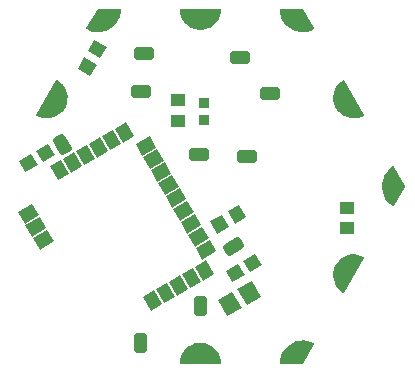
<source format=gbr>
G04 EAGLE Gerber RS-274X export*
G75*
%MOMM*%
%FSLAX34Y34*%
%LPD*%
%INSoldermask Top*%
%IPPOS*%
%AMOC8*
5,1,8,0,0,1.08239X$1,22.5*%
G01*
%ADD10R,0.901600X0.901600*%
%ADD11R,1.201600X1.101600*%
%ADD12C,0.605878*%
%ADD13C,1.101600*%
%ADD14R,1.371600X1.101600*%
%ADD15R,1.401600X1.601600*%
%ADD16R,1.101600X1.201600*%

G36*
X363231Y195709D02*
X363231Y195709D01*
X363260Y195706D01*
X363327Y195728D01*
X363397Y195742D01*
X363421Y195759D01*
X363449Y195768D01*
X363502Y195815D01*
X363561Y195855D01*
X363577Y195879D01*
X363599Y195899D01*
X363630Y195963D01*
X363668Y196022D01*
X363673Y196051D01*
X363685Y196077D01*
X363694Y196177D01*
X363701Y196219D01*
X363698Y196229D01*
X363700Y196243D01*
X363468Y199041D01*
X363458Y199075D01*
X363454Y199123D01*
X362765Y201844D01*
X362750Y201876D01*
X362738Y201922D01*
X361610Y204494D01*
X361590Y204522D01*
X361571Y204566D01*
X360035Y206917D01*
X360011Y206941D01*
X359985Y206982D01*
X358083Y209047D01*
X358055Y209068D01*
X358022Y209103D01*
X355807Y210828D01*
X355776Y210843D01*
X355738Y210873D01*
X353268Y212209D01*
X353235Y212219D01*
X353193Y212242D01*
X352007Y212650D01*
X350553Y213149D01*
X350537Y213154D01*
X350503Y213159D01*
X350457Y213174D01*
X347688Y213636D01*
X347653Y213635D01*
X347606Y213643D01*
X344798Y213643D01*
X344764Y213636D01*
X344716Y213636D01*
X341947Y213174D01*
X341914Y213162D01*
X341867Y213154D01*
X339211Y212242D01*
X339181Y212225D01*
X339136Y212209D01*
X336666Y210873D01*
X336640Y210851D01*
X336597Y210828D01*
X334382Y209103D01*
X334359Y209077D01*
X334321Y209047D01*
X332419Y206982D01*
X332401Y206952D01*
X332369Y206917D01*
X330833Y204566D01*
X330820Y204534D01*
X330794Y204494D01*
X329666Y201922D01*
X329659Y201889D01*
X329656Y201882D01*
X329650Y201873D01*
X329649Y201867D01*
X329639Y201844D01*
X328950Y199123D01*
X328948Y199088D01*
X328936Y199041D01*
X328704Y196243D01*
X328708Y196214D01*
X328703Y196185D01*
X328720Y196116D01*
X328728Y196046D01*
X328742Y196020D01*
X328749Y195992D01*
X328791Y195935D01*
X328826Y195873D01*
X328850Y195855D01*
X328867Y195832D01*
X328928Y195796D01*
X328985Y195753D01*
X329013Y195745D01*
X329038Y195730D01*
X329136Y195714D01*
X329177Y195703D01*
X329188Y195705D01*
X329202Y195703D01*
X363202Y195703D01*
X363231Y195709D01*
G37*
G36*
X347640Y478768D02*
X347640Y478768D01*
X347688Y478768D01*
X350457Y479230D01*
X350490Y479242D01*
X350537Y479250D01*
X353193Y480162D01*
X353223Y480179D01*
X353268Y480195D01*
X355738Y481531D01*
X355764Y481553D01*
X355807Y481576D01*
X358022Y483301D01*
X358045Y483327D01*
X358083Y483357D01*
X359985Y485422D01*
X360003Y485452D01*
X360035Y485487D01*
X361571Y487838D01*
X361584Y487870D01*
X361610Y487910D01*
X362738Y490482D01*
X362745Y490515D01*
X362765Y490560D01*
X363454Y493281D01*
X363456Y493316D01*
X363468Y493363D01*
X363700Y496161D01*
X363696Y496190D01*
X363701Y496219D01*
X363685Y496288D01*
X363676Y496358D01*
X363662Y496384D01*
X363655Y496412D01*
X363613Y496469D01*
X363578Y496531D01*
X363554Y496549D01*
X363537Y496572D01*
X363476Y496608D01*
X363419Y496651D01*
X363391Y496659D01*
X363366Y496674D01*
X363268Y496690D01*
X363227Y496701D01*
X363216Y496699D01*
X363202Y496701D01*
X329202Y496701D01*
X329173Y496695D01*
X329144Y496698D01*
X329077Y496676D01*
X329007Y496662D01*
X328983Y496645D01*
X328955Y496636D01*
X328902Y496589D01*
X328843Y496549D01*
X328828Y496525D01*
X328806Y496505D01*
X328774Y496441D01*
X328736Y496382D01*
X328731Y496353D01*
X328719Y496327D01*
X328710Y496227D01*
X328703Y496185D01*
X328706Y496175D01*
X328704Y496161D01*
X328936Y493363D01*
X328946Y493329D01*
X328950Y493281D01*
X329639Y490560D01*
X329654Y490528D01*
X329666Y490482D01*
X330794Y487910D01*
X330814Y487882D01*
X330833Y487838D01*
X332369Y485487D01*
X332393Y485463D01*
X332419Y485422D01*
X334321Y483357D01*
X334349Y483336D01*
X334382Y483301D01*
X336597Y481576D01*
X336628Y481561D01*
X336666Y481531D01*
X339136Y480195D01*
X339169Y480185D01*
X339211Y480162D01*
X341867Y479250D01*
X341901Y479246D01*
X341947Y479230D01*
X344716Y478768D01*
X344751Y478769D01*
X344798Y478761D01*
X347606Y478761D01*
X347640Y478768D01*
G37*
G36*
X476588Y403735D02*
X476588Y403735D01*
X476636Y403732D01*
X479424Y404042D01*
X479457Y404053D01*
X479505Y404058D01*
X482203Y404823D01*
X482233Y404839D01*
X482280Y404852D01*
X484815Y406051D01*
X484839Y406068D01*
X484866Y406078D01*
X484918Y406127D01*
X484975Y406170D01*
X484989Y406195D01*
X485011Y406215D01*
X485039Y406280D01*
X485075Y406342D01*
X485078Y406370D01*
X485090Y406397D01*
X485091Y406468D01*
X485100Y406539D01*
X485092Y406567D01*
X485092Y406596D01*
X485058Y406689D01*
X485046Y406730D01*
X485039Y406739D01*
X485034Y406752D01*
X468034Y436152D01*
X468015Y436174D01*
X468002Y436200D01*
X467949Y436248D01*
X467902Y436301D01*
X467876Y436313D01*
X467854Y436333D01*
X467787Y436356D01*
X467723Y436386D01*
X467694Y436388D01*
X467666Y436397D01*
X467595Y436392D01*
X467524Y436395D01*
X467497Y436385D01*
X467468Y436383D01*
X467378Y436341D01*
X467338Y436326D01*
X467330Y436318D01*
X467317Y436312D01*
X465014Y434713D01*
X464990Y434688D01*
X464950Y434660D01*
X462941Y432703D01*
X462922Y432674D01*
X462887Y432641D01*
X461228Y430380D01*
X461213Y430349D01*
X461184Y430310D01*
X459920Y427807D01*
X459911Y427773D01*
X459889Y427730D01*
X459053Y425053D01*
X459050Y425019D01*
X459035Y424973D01*
X458652Y422194D01*
X458654Y422160D01*
X458648Y422112D01*
X458727Y419309D01*
X458735Y419275D01*
X458736Y419227D01*
X459275Y416475D01*
X459289Y416443D01*
X459298Y416395D01*
X460283Y413770D01*
X460301Y413740D01*
X460318Y413695D01*
X461722Y411267D01*
X461745Y411241D01*
X461769Y411200D01*
X463553Y409036D01*
X463580Y409014D01*
X463611Y408977D01*
X465727Y407136D01*
X465757Y407119D01*
X465793Y407088D01*
X468184Y405620D01*
X468216Y405609D01*
X468257Y405583D01*
X470856Y404530D01*
X470890Y404523D01*
X470935Y404505D01*
X473672Y403894D01*
X473707Y403893D01*
X473754Y403882D01*
X476554Y403730D01*
X476588Y403735D01*
G37*
G36*
X467628Y256013D02*
X467628Y256013D01*
X467699Y256012D01*
X467726Y256023D01*
X467755Y256027D01*
X467817Y256061D01*
X467882Y256089D01*
X467903Y256110D01*
X467928Y256124D01*
X467991Y256200D01*
X468021Y256231D01*
X468025Y256241D01*
X468034Y256252D01*
X485034Y285652D01*
X485043Y285680D01*
X485060Y285704D01*
X485075Y285773D01*
X485097Y285841D01*
X485095Y285870D01*
X485101Y285898D01*
X485088Y285968D01*
X485082Y286039D01*
X485069Y286065D01*
X485063Y286093D01*
X485023Y286152D01*
X484991Y286215D01*
X484968Y286234D01*
X484952Y286258D01*
X484870Y286315D01*
X484837Y286342D01*
X484827Y286345D01*
X484815Y286353D01*
X482280Y287552D01*
X482246Y287560D01*
X482203Y287581D01*
X479505Y288346D01*
X479470Y288348D01*
X479424Y288362D01*
X476636Y288672D01*
X476602Y288669D01*
X476554Y288674D01*
X473754Y288522D01*
X473720Y288513D01*
X473672Y288510D01*
X470935Y287899D01*
X470903Y287885D01*
X470856Y287874D01*
X468257Y286821D01*
X468228Y286802D01*
X468184Y286784D01*
X465793Y285317D01*
X465768Y285293D01*
X465727Y285268D01*
X463611Y283427D01*
X463590Y283400D01*
X463553Y283368D01*
X461769Y281205D01*
X461753Y281174D01*
X461722Y281137D01*
X460318Y278709D01*
X460307Y278676D01*
X460300Y278663D01*
X460290Y278649D01*
X460290Y278646D01*
X460283Y278634D01*
X459298Y276009D01*
X459292Y275974D01*
X459275Y275929D01*
X458736Y273177D01*
X458736Y273143D01*
X458727Y273095D01*
X458648Y270292D01*
X458654Y270258D01*
X458652Y270210D01*
X459035Y267431D01*
X459047Y267399D01*
X459053Y267351D01*
X459889Y264674D01*
X459906Y264643D01*
X459920Y264597D01*
X461184Y262094D01*
X461206Y262067D01*
X461228Y262024D01*
X462887Y259763D01*
X462913Y259740D01*
X462941Y259701D01*
X464950Y257744D01*
X464979Y257725D01*
X465014Y257691D01*
X467317Y256092D01*
X467344Y256080D01*
X467367Y256062D01*
X467435Y256041D01*
X467500Y256013D01*
X467529Y256013D01*
X467557Y256005D01*
X467628Y256013D01*
G37*
G36*
X218650Y403882D02*
X218650Y403882D01*
X218684Y403891D01*
X218732Y403894D01*
X221469Y404505D01*
X221501Y404519D01*
X221548Y404530D01*
X224147Y405583D01*
X224176Y405602D01*
X224220Y405620D01*
X226611Y407088D01*
X226636Y407111D01*
X226677Y407136D01*
X228793Y408977D01*
X228814Y409004D01*
X228851Y409036D01*
X230635Y411200D01*
X230651Y411230D01*
X230682Y411267D01*
X232086Y413695D01*
X232097Y413728D01*
X232121Y413770D01*
X233106Y416395D01*
X233112Y416430D01*
X233129Y416475D01*
X233668Y419227D01*
X233668Y419262D01*
X233677Y419309D01*
X233756Y422112D01*
X233751Y422146D01*
X233752Y422194D01*
X233369Y424973D01*
X233357Y425005D01*
X233351Y425053D01*
X232515Y427730D01*
X232498Y427761D01*
X232484Y427807D01*
X231220Y430310D01*
X231198Y430337D01*
X231176Y430380D01*
X229517Y432641D01*
X229491Y432664D01*
X229463Y432703D01*
X227454Y434660D01*
X227425Y434679D01*
X227390Y434713D01*
X225087Y436312D01*
X225060Y436324D01*
X225037Y436342D01*
X224969Y436363D01*
X224904Y436391D01*
X224875Y436391D01*
X224847Y436399D01*
X224776Y436391D01*
X224705Y436392D01*
X224678Y436381D01*
X224649Y436377D01*
X224587Y436343D01*
X224522Y436315D01*
X224501Y436294D01*
X224476Y436280D01*
X224413Y436204D01*
X224383Y436173D01*
X224379Y436163D01*
X224370Y436152D01*
X207370Y406752D01*
X207361Y406724D01*
X207344Y406700D01*
X207329Y406631D01*
X207307Y406563D01*
X207309Y406534D01*
X207303Y406506D01*
X207316Y406436D01*
X207322Y406365D01*
X207335Y406339D01*
X207341Y406311D01*
X207381Y406252D01*
X207413Y406189D01*
X207436Y406170D01*
X207452Y406146D01*
X207534Y406089D01*
X207567Y406062D01*
X207577Y406059D01*
X207589Y406051D01*
X210124Y404852D01*
X210158Y404844D01*
X210201Y404823D01*
X212899Y404058D01*
X212934Y404056D01*
X212980Y404042D01*
X215768Y403732D01*
X215802Y403735D01*
X215850Y403730D01*
X218650Y403882D01*
G37*
G36*
X509929Y329213D02*
X509929Y329213D01*
X510000Y329213D01*
X510027Y329224D01*
X510056Y329227D01*
X510118Y329262D01*
X510183Y329290D01*
X510204Y329310D01*
X510229Y329325D01*
X510292Y329402D01*
X510322Y329432D01*
X510326Y329442D01*
X510335Y329453D01*
X519835Y345953D01*
X519845Y345985D01*
X519854Y345998D01*
X519858Y346022D01*
X519859Y346026D01*
X519890Y346096D01*
X519890Y346120D01*
X519898Y346142D01*
X519892Y346218D01*
X519893Y346295D01*
X519883Y346319D01*
X519882Y346340D01*
X519861Y346379D01*
X519835Y346451D01*
X510335Y362951D01*
X510316Y362973D01*
X510303Y362999D01*
X510250Y363047D01*
X510203Y363100D01*
X510177Y363113D01*
X510156Y363132D01*
X510088Y363155D01*
X510024Y363186D01*
X509995Y363188D01*
X509968Y363197D01*
X509896Y363192D01*
X509825Y363195D01*
X509798Y363185D01*
X509769Y363183D01*
X509679Y363141D01*
X509639Y363126D01*
X509631Y363119D01*
X509618Y363113D01*
X507095Y361371D01*
X507071Y361347D01*
X507033Y361320D01*
X504821Y359196D01*
X504802Y359168D01*
X504768Y359136D01*
X502926Y356685D01*
X502912Y356654D01*
X502883Y356617D01*
X501458Y353902D01*
X501449Y353871D01*
X501433Y353846D01*
X501432Y353838D01*
X501427Y353828D01*
X500456Y350920D01*
X500452Y350886D01*
X500437Y350842D01*
X499945Y347815D01*
X499946Y347781D01*
X499938Y347735D01*
X499938Y344669D01*
X499939Y344665D01*
X499939Y344663D01*
X499945Y344636D01*
X499945Y344589D01*
X500437Y341562D01*
X500449Y341531D01*
X500456Y341484D01*
X501427Y338576D01*
X501444Y338547D01*
X501458Y338502D01*
X502883Y335787D01*
X502905Y335761D01*
X502926Y335719D01*
X504768Y333268D01*
X504793Y333245D01*
X504821Y333208D01*
X507033Y331084D01*
X507061Y331066D01*
X507095Y331033D01*
X509618Y329291D01*
X509645Y329280D01*
X509667Y329261D01*
X509736Y329241D01*
X509801Y329213D01*
X509830Y329213D01*
X509858Y329205D01*
X509929Y329213D01*
G37*
G36*
X432878Y195718D02*
X432878Y195718D01*
X432956Y195727D01*
X432975Y195738D01*
X432997Y195742D01*
X433061Y195786D01*
X433129Y195825D01*
X433145Y195844D01*
X433161Y195855D01*
X433185Y195893D01*
X433235Y195953D01*
X442735Y212453D01*
X442744Y212480D01*
X442760Y212504D01*
X442775Y212574D01*
X442798Y212642D01*
X442795Y212670D01*
X442801Y212698D01*
X442788Y212769D01*
X442782Y212840D01*
X442769Y212865D01*
X442763Y212893D01*
X442723Y212953D01*
X442690Y213016D01*
X442668Y213034D01*
X442652Y213058D01*
X442569Y213116D01*
X442537Y213143D01*
X442526Y213146D01*
X442516Y213153D01*
X439750Y214462D01*
X439717Y214470D01*
X439674Y214490D01*
X436734Y215338D01*
X436700Y215341D01*
X436656Y215354D01*
X433618Y215719D01*
X433584Y215716D01*
X433537Y215722D01*
X430480Y215595D01*
X430447Y215587D01*
X430400Y215586D01*
X427403Y214970D01*
X427372Y214957D01*
X427326Y214948D01*
X424466Y213859D01*
X424438Y213841D01*
X424394Y213825D01*
X421746Y212291D01*
X421720Y212269D01*
X421680Y212246D01*
X419312Y210308D01*
X419290Y210281D01*
X419254Y210252D01*
X417227Y207959D01*
X417211Y207930D01*
X417179Y207895D01*
X415547Y205307D01*
X415535Y205275D01*
X415510Y205236D01*
X414314Y202419D01*
X414307Y202386D01*
X414304Y202379D01*
X414300Y202373D01*
X414299Y202367D01*
X414288Y202343D01*
X413560Y199371D01*
X413558Y199337D01*
X413547Y199292D01*
X413304Y196242D01*
X413308Y196213D01*
X413303Y196185D01*
X413320Y196116D01*
X413328Y196044D01*
X413343Y196020D01*
X413349Y195992D01*
X413392Y195934D01*
X413428Y195872D01*
X413450Y195855D01*
X413467Y195832D01*
X413529Y195795D01*
X413586Y195752D01*
X413614Y195745D01*
X413638Y195730D01*
X413738Y195714D01*
X413779Y195703D01*
X413789Y195705D01*
X413802Y195703D01*
X432802Y195703D01*
X432878Y195718D01*
G37*
G36*
X433571Y476687D02*
X433571Y476687D01*
X433618Y476685D01*
X436656Y477050D01*
X436688Y477061D01*
X436734Y477066D01*
X439674Y477914D01*
X439704Y477930D01*
X439750Y477942D01*
X442516Y479251D01*
X442538Y479268D01*
X442565Y479278D01*
X442617Y479327D01*
X442675Y479370D01*
X442689Y479395D01*
X442710Y479414D01*
X442739Y479480D01*
X442775Y479542D01*
X442778Y479570D01*
X442790Y479596D01*
X442791Y479668D01*
X442800Y479739D01*
X442792Y479766D01*
X442793Y479795D01*
X442757Y479890D01*
X442746Y479930D01*
X442739Y479939D01*
X442735Y479951D01*
X433235Y496451D01*
X433183Y496510D01*
X433137Y496572D01*
X433118Y496583D01*
X433103Y496600D01*
X433033Y496634D01*
X432966Y496674D01*
X432942Y496678D01*
X432924Y496686D01*
X432879Y496688D01*
X432802Y496701D01*
X413802Y496701D01*
X413774Y496696D01*
X413746Y496698D01*
X413678Y496676D01*
X413607Y496662D01*
X413584Y496646D01*
X413557Y496637D01*
X413502Y496590D01*
X413443Y496549D01*
X413428Y496525D01*
X413407Y496507D01*
X413375Y496442D01*
X413336Y496382D01*
X413331Y496354D01*
X413319Y496328D01*
X413310Y496227D01*
X413303Y496185D01*
X413305Y496175D01*
X413304Y496162D01*
X413547Y493112D01*
X413556Y493080D01*
X413560Y493033D01*
X414288Y490061D01*
X414303Y490030D01*
X414314Y489985D01*
X415510Y487168D01*
X415529Y487140D01*
X415547Y487097D01*
X417179Y484509D01*
X417203Y484485D01*
X417227Y484445D01*
X419254Y482152D01*
X419281Y482132D01*
X419312Y482096D01*
X421680Y480158D01*
X421710Y480142D01*
X421746Y480113D01*
X424394Y478580D01*
X424426Y478569D01*
X424466Y478545D01*
X427326Y477457D01*
X427359Y477451D01*
X427403Y477434D01*
X430400Y476818D01*
X430434Y476818D01*
X430480Y476809D01*
X433537Y476682D01*
X433571Y476687D01*
G37*
G36*
X261924Y476809D02*
X261924Y476809D01*
X261957Y476817D01*
X262004Y476818D01*
X265001Y477434D01*
X265032Y477447D01*
X265078Y477457D01*
X267938Y478545D01*
X267967Y478563D01*
X268010Y478580D01*
X270658Y480113D01*
X270684Y480135D01*
X270725Y480158D01*
X273092Y482096D01*
X273114Y482123D01*
X273150Y482152D01*
X275177Y484445D01*
X275194Y484474D01*
X275225Y484509D01*
X276857Y487097D01*
X276869Y487129D01*
X276894Y487168D01*
X278090Y489985D01*
X278097Y490018D01*
X278116Y490061D01*
X278844Y493033D01*
X278846Y493067D01*
X278857Y493112D01*
X279100Y496162D01*
X279096Y496191D01*
X279101Y496219D01*
X279084Y496288D01*
X279076Y496360D01*
X279062Y496384D01*
X279055Y496412D01*
X279012Y496470D01*
X278977Y496532D01*
X278954Y496549D01*
X278937Y496572D01*
X278875Y496609D01*
X278818Y496652D01*
X278790Y496659D01*
X278766Y496674D01*
X278666Y496690D01*
X278625Y496701D01*
X278615Y496699D01*
X278602Y496701D01*
X259602Y496701D01*
X259526Y496686D01*
X259448Y496677D01*
X259429Y496666D01*
X259407Y496662D01*
X259343Y496618D01*
X259275Y496579D01*
X259259Y496560D01*
X259243Y496549D01*
X259219Y496511D01*
X259169Y496451D01*
X249669Y479951D01*
X249660Y479924D01*
X249644Y479900D01*
X249629Y479830D01*
X249606Y479762D01*
X249609Y479734D01*
X249603Y479706D01*
X249617Y479636D01*
X249622Y479564D01*
X249635Y479539D01*
X249641Y479511D01*
X249681Y479451D01*
X249714Y479388D01*
X249736Y479370D01*
X249752Y479346D01*
X249835Y479288D01*
X249867Y479261D01*
X249878Y479258D01*
X249889Y479251D01*
X252655Y477942D01*
X252688Y477934D01*
X252730Y477914D01*
X255670Y477066D01*
X255704Y477063D01*
X255748Y477050D01*
X258786Y476685D01*
X258820Y476688D01*
X258867Y476682D01*
X261924Y476809D01*
G37*
D10*
X349568Y401966D03*
X349568Y416966D03*
D11*
X470393Y310774D03*
X470393Y327774D03*
X327204Y401949D03*
X327204Y418949D03*
D12*
X300627Y429707D02*
X289669Y429707D01*
X300627Y429707D02*
X300627Y424749D01*
X289669Y424749D01*
X289669Y429707D01*
X292209Y456499D02*
X303167Y456499D01*
X292209Y456499D02*
X292209Y461457D01*
X303167Y461457D01*
X303167Y456499D01*
X373997Y453451D02*
X384955Y453451D01*
X373997Y453451D02*
X373997Y458409D01*
X384955Y458409D01*
X384955Y453451D01*
X399555Y422412D02*
X410513Y422412D01*
X399555Y422412D02*
X399555Y427370D01*
X410513Y427370D01*
X410513Y422412D01*
D13*
X428802Y489302D03*
X511402Y346202D03*
X428802Y203102D03*
X263602Y489302D03*
X470102Y417702D03*
X470102Y274702D03*
X346202Y203102D03*
X222302Y417702D03*
X346202Y489302D03*
D14*
G36*
X306879Y258072D02*
X313737Y246194D01*
X304197Y240686D01*
X297339Y252564D01*
X306879Y258072D01*
G37*
G36*
X317877Y264422D02*
X324735Y252544D01*
X315195Y247036D01*
X308337Y258914D01*
X317877Y264422D01*
G37*
G36*
X328876Y270772D02*
X335734Y258894D01*
X326194Y253386D01*
X319336Y265264D01*
X328876Y270772D01*
G37*
G36*
X339874Y277122D02*
X346732Y265244D01*
X337192Y259736D01*
X330334Y271614D01*
X339874Y277122D01*
G37*
G36*
X350873Y283472D02*
X357731Y271594D01*
X348191Y266086D01*
X341333Y277964D01*
X350873Y283472D01*
G37*
G36*
X342199Y293764D02*
X354077Y300622D01*
X359585Y291082D01*
X347707Y284224D01*
X342199Y293764D01*
G37*
G36*
X335849Y304763D02*
X347727Y311621D01*
X353235Y302081D01*
X341357Y295223D01*
X335849Y304763D01*
G37*
G36*
X329499Y315761D02*
X341377Y322619D01*
X346885Y313079D01*
X335007Y306221D01*
X329499Y315761D01*
G37*
G36*
X323149Y326760D02*
X335027Y333618D01*
X340535Y324078D01*
X328657Y317220D01*
X323149Y326760D01*
G37*
G36*
X316799Y337758D02*
X328677Y344616D01*
X334185Y335076D01*
X322307Y328218D01*
X316799Y337758D01*
G37*
G36*
X310449Y348757D02*
X322327Y355615D01*
X327835Y346075D01*
X315957Y339217D01*
X310449Y348757D01*
G37*
G36*
X304099Y359755D02*
X315977Y366613D01*
X321485Y357073D01*
X309607Y350215D01*
X304099Y359755D01*
G37*
G36*
X297749Y370754D02*
X309627Y377612D01*
X315135Y368072D01*
X303257Y361214D01*
X297749Y370754D01*
G37*
G36*
X291399Y381753D02*
X303277Y388611D01*
X308785Y379071D01*
X296907Y372213D01*
X291399Y381753D01*
G37*
G36*
X280691Y383000D02*
X273833Y394878D01*
X283373Y400386D01*
X290231Y388508D01*
X280691Y383000D01*
G37*
G36*
X269692Y376650D02*
X262834Y388528D01*
X272374Y394036D01*
X279232Y382158D01*
X269692Y376650D01*
G37*
G36*
X258694Y370300D02*
X251836Y382178D01*
X261376Y387686D01*
X268234Y375808D01*
X258694Y370300D01*
G37*
G36*
X247695Y363950D02*
X240837Y375828D01*
X250377Y381336D01*
X257235Y369458D01*
X247695Y363950D01*
G37*
G36*
X236697Y357600D02*
X229839Y369478D01*
X239379Y374986D01*
X246237Y363108D01*
X236697Y357600D01*
G37*
G36*
X225698Y351250D02*
X218840Y363128D01*
X228380Y368636D01*
X235238Y356758D01*
X225698Y351250D01*
G37*
G36*
X209192Y321571D02*
X197314Y314713D01*
X191806Y324253D01*
X203684Y331111D01*
X209192Y321571D01*
G37*
G36*
X215542Y310572D02*
X203664Y303714D01*
X198156Y313254D01*
X210034Y320112D01*
X215542Y310572D01*
G37*
G36*
X221892Y299573D02*
X210014Y292715D01*
X204506Y302255D01*
X216384Y309113D01*
X221892Y299573D01*
G37*
D15*
G36*
X381068Y243025D02*
X368930Y236017D01*
X360922Y249887D01*
X373060Y256895D01*
X381068Y243025D01*
G37*
G36*
X397522Y252525D02*
X385384Y245517D01*
X377376Y259387D01*
X389514Y266395D01*
X397522Y252525D01*
G37*
D11*
G36*
X383628Y271098D02*
X373222Y265090D01*
X367714Y274630D01*
X378120Y280638D01*
X383628Y271098D01*
G37*
G36*
X398350Y279598D02*
X387944Y273590D01*
X382436Y283130D01*
X392842Y289138D01*
X398350Y279598D01*
G37*
D16*
G36*
X369411Y324961D02*
X378951Y330469D01*
X384959Y320063D01*
X375419Y314555D01*
X369411Y324961D01*
G37*
G36*
X354689Y316461D02*
X364229Y321969D01*
X370237Y311563D01*
X360697Y306055D01*
X354689Y316461D01*
G37*
D12*
X367904Y295064D02*
X377393Y300542D01*
X379872Y296248D01*
X370383Y290770D01*
X367904Y295064D01*
X370436Y296526D02*
X379712Y296526D01*
X350411Y375859D02*
X339453Y375859D01*
X350411Y375859D02*
X350411Y370901D01*
X339453Y370901D01*
X339453Y375859D01*
X379839Y369377D02*
X390797Y369377D01*
X379839Y369377D02*
X379839Y374335D01*
X390797Y374335D01*
X390797Y369377D01*
D16*
G36*
X258469Y449319D02*
X252961Y439779D01*
X242555Y445787D01*
X248063Y455327D01*
X258469Y449319D01*
G37*
G36*
X266969Y464041D02*
X261461Y454501D01*
X251055Y460509D01*
X256563Y470049D01*
X266969Y464041D01*
G37*
D11*
G36*
X208368Y364316D02*
X197962Y358308D01*
X192454Y367848D01*
X202860Y373856D01*
X208368Y364316D01*
G37*
G36*
X223090Y372816D02*
X212684Y366808D01*
X207176Y376348D01*
X217582Y382356D01*
X223090Y372816D01*
G37*
D12*
X233740Y378257D02*
X228262Y387746D01*
X233740Y378257D02*
X229446Y375778D01*
X223968Y385267D01*
X228262Y387746D01*
X226123Y381534D02*
X231848Y381534D01*
X228525Y387290D02*
X227472Y387290D01*
X297373Y219601D02*
X297373Y208643D01*
X292415Y208643D01*
X292415Y219601D01*
X297373Y219601D01*
X297373Y214399D02*
X292415Y214399D01*
X348427Y239885D02*
X348427Y250843D01*
X348427Y239885D02*
X343469Y239885D01*
X343469Y250843D01*
X348427Y250843D01*
X348427Y245641D02*
X343469Y245641D01*
M02*

</source>
